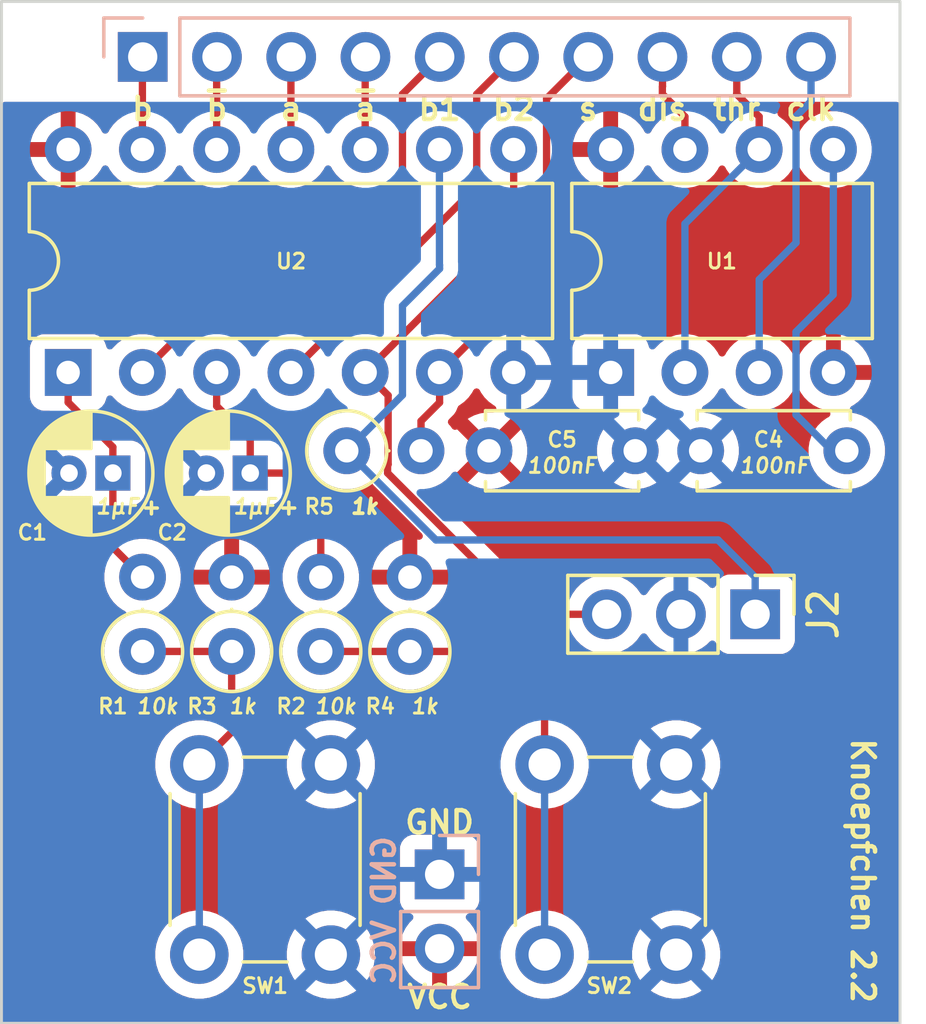
<source format=kicad_pcb>
(kicad_pcb (version 20241229) (generator "pcbnew") (generator_version "9.0")
  (layers (0 "F.Cu" signal) (2 "B.Cu" signal) (13 "F.Paste" user) (15 "B.Paste" user) (5 "F.SilkS" user "F.Silkscreen") (7 "B.SilkS" user "B.Silkscreen") (1 "F.Mask" user) (3 "B.Mask" user) (25 "Edge.Cuts" user))
  (net 0 "")
  (net 1 "GND")
  (net 2 "VCC")
  (net 3 "/clk")
  (net 4 "/dis")
  (net 5 "Net-(U1-CV)")
  (net 6 "Net-(SW1-B)")
  (net 7 "Net-(C1-Pad1)")
  (net 8 "Net-(SW2-B)")
  (net 9 "/b1")
  (net 10 "/b2")
  (net 11 "/sw")
  (net 12 "Net-(C2-Pad1)")
  (net 13 "/thr")
  (net 14 "/~{a}")
  (net 15 "/a")
  (net 16 "/~{b}")
  (net 17 "/b")
  (net 18 "Net-(J2-Pin_1)")
  (net 19 "Net-(J2-Pin_3)")
  (footprint "Capacitor_THT:CP_Radial_D4.0mm_P1.50mm" (layer "F.Cu") (at 74.803 59.944 180)
    (property "Reference" "C2" (at 2.667 -2.032 0) (layer "F.SilkS") (effects (font (size 0.508 0.508) (thickness 0.1016))))
    (property "Value" "1µF" (at -0.1664 -1.143 0) (layer "F.SilkS") (effects (font (size 0.508 0.508) (thickness 0.1016) (italic yes))))
    (fp_line (start 2.831 -0.37) (end 2.831 0.37) (stroke (width 0.12)) (layer "F.SilkS"))
    (fp_line (start 2.791 -0.537) (end 2.791 0.537) (stroke (width 0.12)) (layer "F.SilkS"))
    (fp_line (start 2.751 -0.664) (end 2.751 0.664) (stroke (width 0.12)) (layer "F.SilkS"))
    (fp_line (start 2.711 -0.768) (end 2.711 0.768) (stroke (width 0.12)) (layer "F.SilkS"))
    (fp_line (start 2.671 -0.859) (end 2.671 0.859) (stroke (width 0.12)) (layer "F.SilkS"))
    (fp_line (start 2.631 -0.94) (end 2.631 0.94) (stroke (width 0.12)) (layer "F.SilkS"))
    (fp_line (start 2.591 -1.013) (end 2.591 1.013) (stroke (width 0.12)) (layer "F.SilkS"))
    (fp_line (start 2.551 -1.08) (end 2.551 1.08) (stroke (width 0.12)) (layer "F.SilkS"))
    (fp_line (start 2.511 -1.142) (end 2.511 1.142) (stroke (width 0.12)) (layer "F.SilkS"))
    (fp_line (start 2.471 -1.2) (end 2.471 1.2) (stroke (width 0.12)) (layer "F.SilkS"))
    (fp_line (start 2.431 -1.254) (end 2.431 1.254) (stroke (width 0.12)) (layer "F.SilkS"))
    (fp_line (start 2.391 -1.304) (end 2.391 1.304) (stroke (width 0.12)) (layer "F.SilkS"))
    (fp_line (start 2.351 -1.351) (end 2.351 1.351) (stroke (width 0.12)) (layer "F.SilkS"))
    (fp_line (start 2.311 0.84) (end 2.311 1.396) (stroke (width 0.12)) (layer "F.SilkS"))
    (fp_line (start 2.311 -1.396) (end 2.311 -0.84) (stroke (width 0.12)) (layer "F.SilkS"))
    (fp_line (start 2.271 0.84) (end 2.271 1.438) (stroke (width 0.12)) (layer "F.SilkS"))
    (fp_line (start 2.271 -1.438) (end 2.271 -0.84) (stroke (width 0.12)) (layer "F.SilkS"))
    (fp_line (start 2.231 0.84) (end 2.231 1.478) (stroke (width 0.12)) (layer "F.SilkS"))
    (fp_line (start 2.231 -1.478) (end 2.231 -0.84) (stroke (width 0.12)) (layer "F.SilkS"))
    (fp_line (start 2.191 0.84) (end 2.191 1.516) (stroke (width 0.12)) (layer "F.SilkS"))
    (fp_line (start 2.191 -1.516) (end 2.191 -0.84) (stroke (width 0.12)) (layer "F.SilkS"))
    (fp_line (start 2.151 0.84) (end 2.151 1.552) (stroke (width 0.12)) (layer "F.SilkS"))
    (fp_line (start 2.151 -1.552) (end 2.151 -0.84) (stroke (width 0.12)) (layer "F.SilkS"))
    (fp_line (start 2.111 0.84) (end 2.111 1.587) (stroke (width 0.12)) (layer "F.SilkS"))
    (fp_line (start 2.111 -1.587) (end 2.111 -0.84) (stroke (width 0.12)) (layer "F.SilkS"))
    (fp_line (start 2.071 0.84) (end 2.071 1.619) (stroke (width 0.12)) (layer "F.SilkS"))
    (fp_line (start 2.071 -1.619) (end 2.071 -0.84) (stroke (width 0.12)) (layer "F.SilkS"))
    (fp_line (start 2.031 0.84) (end 2.031 1.65) (stroke (width 0.12)) (layer "F.SilkS"))
    (fp_line (start 2.031 -1.65) (end 2.031 -0.84) (stroke (width 0.12)) (layer "F.SilkS"))
    (fp_line (start 1.991 0.84) (end 1.991 1.68) (stroke (width 0.12)) (layer "F.SilkS"))
    (fp_line (start 1.991 -1.68) (end 1.991 -0.84) (stroke (width 0.12)) (layer "F.SilkS"))
    (fp_line (start 1.951 0.84) (end 1.951 1.708) (stroke (width 0.12)) (layer "F.SilkS"))
    (fp_line (start 1.951 -1.708) (end 1.951 -0.84) (stroke (width 0.12)) (layer "F.SilkS"))
    (fp_line (start 1.911 0.84) (end 1.911 1.735) (stroke (width 0.12)) (layer "F.SilkS"))
    (fp_line (start 1.911 -1.735) (end 1.911 -0.84) (stroke (width 0.12)) (layer "F.SilkS"))
    (fp_line (start 1.871 0.84) (end 1.871 1.76) (stroke (width 0.12)) (layer "F.SilkS"))
    (fp_line (start 1.871 -1.76) (end 1.871 -0.84) (stroke (width 0.12)) (layer "F.SilkS"))
    (fp_line (start 1.831 0.84) (end 1.831 1.785) (stroke (width 0.12)) (layer "F.SilkS"))
    (fp_line (start 1.831 -1.785) (end 1.831 -0.84) (stroke (width 0.12)) (layer "F.SilkS"))
    (fp_line (start 1.791 0.84) (end 1.791 1.808) (stroke (width 0.12)) (layer "F.SilkS"))
    (fp_line (start 1.791 -1.808) (end 1.791 -0.84) (stroke (width 0.12)) (layer "F.SilkS"))
    (fp_line (start 1.751 0.84) (end 1.751 1.83) (stroke (width 0.12)) (layer "F.SilkS"))
    (fp_line (start 1.751 -1.83) (end 1.751 -0.84) (stroke (width 0.12)) (layer "F.SilkS"))
    (fp_line (start 1.711 0.84) (end 1.711 1.851) (stroke (width 0.12)) (layer "F.SilkS"))
    (fp_line (start 1.711 -1.851) (end 1.711 -0.84) (stroke (width 0.12)) (layer "F.SilkS"))
    (fp_line (start 1.671 0.84) (end 1.671 1.87) (stroke (width 0.12)) (layer "F.SilkS"))
    (fp_line (start 1.671 -1.87) (end 1.671 -0.84) (stroke (width 0.12)) (layer "F.SilkS"))
    (fp_line (start 1.631 0.84) (end 1.631 1.889) (stroke (width 0.12)) (layer "F.SilkS"))
    (fp_line (start 1.631 -1.889) (end 1.631 -0.84) (stroke (width 0.12)) (layer "F.SilkS"))
    (fp_line (start 1.591 0.84) (end 1.591 1.907) (stroke (width 0.12)) (layer "F.SilkS"))
    (fp_line (start 1.591 -1.907) (end 1.591 -0.84) (stroke (width 0.12)) (layer "F.SilkS"))
    (fp_line (start 1.551 0.84) (end 1.551 1.924) (stroke (width 0.12)) (layer "F.SilkS"))
    (fp_line (start 1.551 -1.924) (end 1.551 -0.84) (stroke (width 0.12)) (layer "F.SilkS"))
    (fp_line (start 1.511 0.84) (end 1.511 1.94) (stroke (width 0.12)) (layer "F.SilkS"))
    (fp_line (start 1.511 -1.94) (end 1.511 -0.84) (stroke (width 0.12)) (layer "F.SilkS"))
    (fp_line (start 1.471 0.84) (end 1.471 1.954) (stroke (width 0.12)) (layer "F.SilkS"))
    (fp_line (start 1.471 -1.954) (end 1.471 -0.84) (stroke (width 0.12)) (layer "F.SilkS"))
    (fp_line (start 1.43 0.84) (end 1.43 1.968) (stroke (width 0.12)) (layer "F.SilkS"))
    (fp_line (start 1.43 -1.968) (end 1.43 -0.84) (stroke (width 0.12)) (layer "F.SilkS"))
    (fp_line (start 1.39 0.84) (end 1.39 1.982) (stroke (width 0.12)) (layer "F.SilkS"))
    (fp_line (start 1.39 -1.982) (end 1.39 -0.84) (stroke (width 0.12)) (layer "F.SilkS"))
    (fp_line (start 1.35 0.84) (end 1.35 1.994) (stroke (width 0.12)) (layer "F.SilkS"))
    (fp_line (start 1.35 -1.994) (end 1.35 -0.84) (stroke (width 0.12)) (layer "F.SilkS"))
    (fp_line (start 1.31 0.84) (end 1.31 2.005) (stroke (width 0.12)) (layer "F.SilkS"))
    (fp_line (start 1.31 -2.005) (end 1.31 -0.84) (stroke (width 0.12)) (layer "F.SilkS"))
    (fp_line (start 1.27 0.84) (end 1.27 2.016) (stroke (width 0.12)) (layer "F.SilkS"))
    (fp_line (start 1.27 -2.016) (end 1.27 -0.84) (stroke (width 0.12)) (layer "F.SilkS"))
    (fp_line (start 1.23 0.84) (end 1.23 2.025) (stroke (width 0.12)) (layer "F.SilkS"))
    (fp_line (start 1.23 -2.025) (end 1.23 -0.84) (stroke (width 0.12)) (layer "F.SilkS"))
    (fp_line (start 1.19 0.84) (end 1.19 2.034) (stroke (width 0.12)) (layer "F.SilkS"))
    (fp_line (start 1.19 -2.034) (end 1.19 -0.84) (stroke (width 0.12)) (layer "F.SilkS"))
    (fp_line (start 1.15 0.84) (end 1.15 2.042) (stroke (width 0.12)) (layer "F.SilkS"))
    (fp_line (start 1.15 -2.042) (end 1.15 -0.84) (stroke (width 0.12)) (layer "F.SilkS"))
    (fp_line (start 1.11 0.84) (end 1.11 2.05) (stroke (width 0.12)) (layer "F.SilkS"))
    (fp_line (start 1.11 -2.05) (end 1.11 -0.84) (stroke (width 0.12)) (layer "F.SilkS"))
    (fp_line (start 1.07 0.84) (end 1.07 2.056) (stroke (width 0.12)) (layer "F.SilkS"))
    (fp_line (start 1.07 -2.056) (end 1.07 -0.84) (stroke (width 0.12)) (layer "F.SilkS"))
    (fp_line (start 1.03 0.84) (end 1.03 2.062) (stroke (width 0.12)) (layer "F.SilkS"))
    (fp_line (start 1.03 -2.062) (end 1.03 -0.84) (stroke (width 0.12)) (layer "F.SilkS"))
    (fp_line (start 0.99 0.84) (end 0.99 2.067) (stroke (width 0.12)) (layer "F.SilkS"))
    (fp_line (start 0.99 -2.067) (end 0.99 -0.84) (stroke (width 0.12)) (layer "F.SilkS"))
    (fp_line (start 0.95 0.84) (end 0.95 2.071) (stroke (width 0.12)) (layer "F.SilkS"))
    (fp_line (start 0.95 -2.071) (end 0.95 -0.84) (stroke (width 0.12)) (layer "F.SilkS"))
    (fp_line (start 0.91 0.84) (end 0.91 2.074) (stroke (width 0.12)) (layer "F.SilkS"))
    (fp_line (start 0.91 -2.074) (end 0.91 -0.84) (stroke (width 0.12)) (layer "F.SilkS"))
    (fp_line (start 0.87 0.84) (end 0.87 2.077) (stroke (width 0.12)) (layer "F.SilkS"))
    (fp_line (start 0.87 -2.077) (end 0.87 -0.84) (stroke (width 0.12)) (layer "F.SilkS"))
    (fp_line (start 0.83 0.84) (end 0.83 2.079) (stroke (width 0.12)) (layer "F.SilkS"))
    (fp_line (start 0.83 -2.079) (end 0.83 -0.84) (stroke (width 0.12)) (layer "F.SilkS"))
    (fp_line (start 0.79 0.84) (end 0.79 2.08) (stroke (width 0.12)) (layer "F.SilkS"))
    (fp_line (start 0.79 -2.08) (end 0.79 -0.84) (stroke (width 0.12)) (layer "F.SilkS"))
    (fp_line (start 0.75 0.84) (end 0.75 2.08) (stroke (width 0.12)) (layer "F.SilkS"))
    (fp_line (start 0.75 -2.08) (end 0.75 -0.84) (stroke (width 0.12)) (layer "F.SilkS"))
    (fp_line (start -1.319801 -1.395) (end -1.319801 -0.995) (stroke (width 0.12)) (layer "F.SilkS"))
    (fp_line (start -1.519801 -1.195) (end -1.119801 -1.195) (stroke (width 0.12)) (layer "F.SilkS"))
    (fp_circle (center 0.75 0) (end 2.87 0) (stroke (width 0.12)) (fill no) (layer "F.SilkS"))
    (pad "1" thru_hole rect (at 0 0 180) (size 1.2 1.2) (drill 0.6) (layers "*.Cu" "*.Mask") (net 12 "Net-(C2-Pad1)"))
    (pad "2" thru_hole circle (at 1.5 0 180) (size 1.2 1.2) (drill 0.6) (layers "*.Cu" "*.Mask") (net 1 "GND"))
  )
  (footprint "Capacitor_THT:C_Disc_D5.0mm_W2.5mm_P5.00mm" (layer "F.Cu") (at 82.971 59.182)
    (property "Reference" "C5" (at 2.5 -0.381 0) (layer "F.SilkS") (effects (font (size 0.508 0.508) (thickness 0.1016))))
    (property "Value" "100nF" (at 2.5 0.508 0) (layer "F.SilkS") (effects (font (size 0.508 0.508) (thickness 0.1016) (italic yes))))
    (fp_line (start -0.12 -1.37) (end -0.12 -1.055) (stroke (width 0.12)) (layer "F.SilkS"))
    (fp_line (start -0.12 -1.37) (end 5.12 -1.37) (stroke (width 0.12)) (layer "F.SilkS"))
    (fp_line (start -0.12 1.055) (end -0.12 1.37) (stroke (width 0.12)) (layer "F.SilkS"))
    (fp_line (start -0.12 1.37) (end 5.12 1.37) (stroke (width 0.12)) (layer "F.SilkS"))
    (fp_line (start 5.12 -1.37) (end 5.12 -1.055) (stroke (width 0.12)) (layer "F.SilkS"))
    (fp_line (start 5.12 1.055) (end 5.12 1.37) (stroke (width 0.12)) (layer "F.SilkS"))
    (pad "1" thru_hole circle (at 0 0) (size 1.6 1.6) (drill 0.8) (layers "*.Cu" "*.Mask") (net 2 "VCC"))
    (pad "2" thru_hole circle (at 5 0) (size 1.6 1.6) (drill 0.8) (layers "*.Cu" "*.Mask") (net 1 "GND"))
  )
  (footprint "Button_Switch_THT:SW_PUSH_6mm" (layer "F.Cu") (at 77.561 69.902 -90)
    (property "Reference" "SW1" (at 7.568 2.25 0) (layer "F.SilkS") (effects (font (size 0.508 0.508) (thickness 0.1016))))
    (property "Value" "SW_SPST")
    (fp_line (start 1 5.5) (end 5.5 5.5) (stroke (width 0.12)) (layer "F.SilkS"))
    (fp_line (start 6.75 3) (end 6.75 1.5) (stroke (width 0.12)) (layer "F.SilkS"))
    (fp_line (start -0.25 1.5) (end -0.25 3) (stroke (width 0.12)) (layer "F.SilkS"))
    (fp_line (start 5.5 -1) (end 1 -1) (stroke (width 0.12)) (layer "F.SilkS"))
    (pad "1" thru_hole circle (at 0 0) (size 2 2) (drill 1.1) (layers "*.Cu" "*.Mask") (net 1 "GND"))
    (pad "1" thru_hole circle (at 6.5 0) (size 2 2) (drill 1.1) (layers "*.Cu" "*.Mask") (net 1 "GND"))
    (pad "2" thru_hole circle (at 0 4.5) (size 2 2) (drill 1.1) (layers "*.Cu" "*.Mask") (net 6 "Net-(SW1-B)"))
    (pad "2" thru_hole circle (at 6.5 4.5) (size 2 2) (drill 1.1) (layers "*.Cu" "*.Mask") (net 6 "Net-(SW1-B)"))
  )
  (footprint "Capacitor_THT:CP_Radial_D4.0mm_P1.50mm" (layer "F.Cu") (at 70.104 59.944 180)
    (property "Reference" "C1" (at 2.7546 -2.032 0) (layer "F.SilkS") (effects (font (size 0.508 0.508) (thickness 0.1016))))
    (property "Value" "1µF" (at -0.1664 -1.143 0) (layer "F.SilkS") (effects (font (size 0.508 0.508) (thickness 0.1016) (italic yes))))
    (fp_line (start 2.831 -0.37) (end 2.831 0.37) (stroke (width 0.12)) (layer "F.SilkS"))
    (fp_line (start 2.791 -0.537) (end 2.791 0.537) (stroke (width 0.12)) (layer "F.SilkS"))
    (fp_line (start 2.751 -0.664) (end 2.751 0.664) (stroke (width 0.12)) (layer "F.SilkS"))
    (fp_line (start 2.711 -0.768) (end 2.711 0.768) (stroke (width 0.12)) (layer "F.SilkS"))
    (fp_line (start 2.671 -0.859) (end 2.671 0.859) (stroke (width 0.12)) (layer "F.SilkS"))
    (fp_line (start 2.631 -0.94) (end 2.631 0.94) (stroke (width 0.12)) (layer "F.SilkS"))
    (fp_line (start 2.591 -1.013) (end 2.591 1.013) (stroke (width 0.12)) (layer "F.SilkS"))
    (fp_line (start 2.551 -1.08) (end 2.551 1.08) (stroke (width 0.12)) (layer "F.SilkS"))
    (fp_line (start 2.511 -1.142) (end 2.511 1.142) (stroke (width 0.12)) (layer "F.SilkS"))
    (fp_line (start 2.471 -1.2) (end 2.471 1.2) (stroke (width 0.12)) (layer "F.SilkS"))
    (fp_line (start 2.431 -1.254) (end 2.431 1.254) (stroke (width 0.12)) (layer "F.SilkS"))
    (fp_line (start 2.391 -1.304) (end 2.391 1.304) (stroke (width 0.12)) (layer "F.SilkS"))
    (fp_line (start 2.351 -1.351) (end 2.351 1.351) (stroke (width 0.12)) (layer "F.SilkS"))
    (fp_line (start 2.311 0.84) (end 2.311 1.396) (stroke (width 0.12)) (layer "F.SilkS"))
    (fp_line (start 2.311 -1.396) (end 2.311 -0.84) (stroke (width 0.12)) (layer "F.SilkS"))
    (fp_line (start 2.271 0.84) (end 2.271 1.438) (stroke (width 0.12)) (layer "F.SilkS"))
    (fp_line (start 2.271 -1.438) (end 2.271 -0.84) (stroke (width 0.12)) (layer "F.SilkS"))
    (fp_line (start 2.231 0.84) (end 2.231 1.478) (stroke (width 0.12)) (layer "F.SilkS"))
    (fp_line (start 2.231 -1.478) (end 2.231 -0.84) (stroke (width 0.12)) (layer "F.SilkS"))
    (fp_line (start 2.191 0.84) (end 2.191 1.516) (stroke (width 0.12)) (layer "F.SilkS"))
    (fp_line (start 2.191 -1.516) (end 2.191 -0.84) (stroke (width 0.12)) (layer "F.SilkS"))
    (fp_line (start 2.151 0.84) (end 2.151 1.552) (stroke (width 0.12)) (layer "F.SilkS"))
    (fp_line (start 2.151 -1.552) (end 2.151 -0.84) (stroke (width 0.12)) (layer "F.SilkS"))
    (fp_line (start 2.111 0.84) (end 2.111 1.587) (stroke (width 0.12)) (layer "F.SilkS"))
    (fp_line (start 2.111 -1.587) (end 2.111 -0.84) (stroke (width 0.12)) (layer "F.SilkS"))
    (fp_line (start 2.071 0.84) (end 2.071 1.619) (stroke (width 0.12)) (layer "F.SilkS"))
    (fp_line (start 2.071 -1.619) (end 2.071 -0.84) (stroke (width 0.12)) (layer "F.SilkS"))
    (fp_line (start 2.031 0.84) (end 2.031 1.65) (stroke (width 0.12)) (layer "F.SilkS"))
    (fp_line (start 2.031 -1.65) (end 2.031 -0.84) (stroke (width 0.12)) (layer "F.SilkS"))
    (fp_line (start 1.991 0.84) (end 1.991 1.68) (stroke (width 0.12)) (layer "F.SilkS"))
    (fp_line (start 1.991 -1.68) (end 1.991 -0.84) (stroke (width 0.12)) (layer "F.SilkS"))
    (fp_line (start 1.951 0.84) (end 1.951 1.708) (stroke (width 0.12)) (layer "F.SilkS"))
    (fp_line (start 1.951 -1.708) (end 1.951 -0.84) (stroke (width 0.12)) (layer "F.SilkS"))
    (fp_line (start 1.911 0.84) (end 1.911 1.735) (stroke (width 0.12)) (layer "F.SilkS"))
    (fp_line (start 1.911 -1.735) (end 1.911 -0.84) (stroke (width 0.12)) (layer "F.SilkS"))
    (fp_line (start 1.871 0.84) (end 1.871 1.76) (stroke (width 0.12)) (layer "F.SilkS"))
    (fp_line (start 1.871 -1.76) (end 1.871 -0.84) (stroke (width 0.12)) (layer "F.SilkS"))
    (fp_line (start 1.831 0.84) (end 1.831 1.785) (stroke (width 0.12)) (layer "F.SilkS"))
    (fp_line (start 1.831 -1.785) (end 1.831 -0.84) (stroke (width 0.12)) (layer "F.SilkS"))
    (fp_line (start 1.791 0.84) (end 1.791 1.808) (stroke (width 0.12)) (layer "F.SilkS"))
    (fp_line (start 1.791 -1.808) (end 1.791 -0.84) (stroke (width 0.12)) (layer "F.SilkS"))
    (fp_line (start 1.751 0.84) (end 1.751 1.83) (stroke (width 0.12)) (layer "F.SilkS"))
    (fp_line (start 1.751 -1.83) (end 1.751 -0.84) (stroke (width 0.12)) (layer "F.SilkS"))
    (fp_line (start 1.711 0.84) (end 1.711 1.851) (stroke (width 0.12)) (layer "F.SilkS"))
    (fp_line (start 1.711 -1.851) (end 1.711 -0.84) (stroke (width 0.12)) (layer "F.SilkS"))
    (fp_line (start 1.671 0.84) (end 1.671 1.87) (stroke (width 0.12)) (layer "F.SilkS"))
    (fp_line (start 1.671 -1.87) (end 1.671 -0.84) (stroke (width 0.12)) (layer "F.SilkS"))
    (fp_line (start 1.631 0.84) (end 1.631 1.889) (stroke (width 0.12)) (layer "F.SilkS"))
    (fp_line (start 1.631 -1.889) (end 1.631 -0.84) (stroke (width 0.12)) (layer "F.SilkS"))
    (fp_line (start 1.591 0.84) (end 1.591 1.907) (stroke (width 0.12)) (layer "F.SilkS"))
    (fp_line (start 1.591 -1.907) (end 1.591 -0.84) (stroke (width 0.12)) (layer "F.SilkS"))
    (fp_line (start 1.551 0.84) (end 1.551 1.924) (stroke (width 0.12)) (layer "F.SilkS"))
    (fp_line (start 1.551 -1.924) (end 1.551 -0.84) (stroke (width 0.12)) (layer "F.SilkS"))
    (fp_line (start 1.511 0.84) (end 1.511 1.94) (stroke (width 0.12)) (layer "F.SilkS"))
    (fp_line (start 1.511 -1.94) (end 1.511 -0.84) (stroke (width 0.12)) (layer "F.SilkS"))
    (fp_line (start 1.471 0.84) (end 1.471 1.954) (stroke (width 0.12)) (layer "F.SilkS"))
    (fp_line (start 1.471 -1.954) (end 1.471 -0.84) (stroke (width 0.12)) (layer "F.SilkS"))
    (fp_line (start 1.43 0.84) (end 1.43 1.968) (stroke (width 0.12)) (layer "F.SilkS"))
    (fp_line (start 1.43 -1.968) (end 1.43 -0.84) (stroke (width 0.12)) (layer "F.SilkS"))
    (fp_line (start 1.39 0.84) (end 1.39 1.982) (stroke (width 0.12)) (layer "F.SilkS"))
    (fp_line (start 1.39 -1.982) (end 1.39 -0.84) (stroke (width 0.12)) (layer "F.SilkS"))
    (fp_line (start 1.35 0.84) (end 1.35 1.994) (stroke (width 0.12)) (layer "F.SilkS"))
    (fp_line (start 1.35 -1.994) (end 1.35 -0.84) (stroke (width 0.12)) (layer "F.SilkS"))
    (fp_line (start 1.31 0.84) (end 1.31 2.005) (stroke (width 0.12)) (layer "F.SilkS"))
    (fp_line (start 1.31 -2.005) (end 1.31 -0.84) (stroke (width 0.12)) (layer "F.SilkS"))
    (fp_line (start 1.27 0.84) (end 1.27 2.016) (stroke (width 0.12)) (layer "F.SilkS"))
    (fp_line (start 1.27 -2.016) (end 1.27 -0.84) (stroke (width 0.12)) (layer "F.SilkS"))
    (fp_line (start 1.23 0.84) (end 1.23 2.025) (stroke (width 0.12)) (layer "F.SilkS"))
    (fp_line (start 1.23 -2.025) (end 1.23 -0.84) (stroke (width 0.12)) (layer "F.SilkS"))
    (fp_line (start 1.19 0.84) (end 1.19 2.034) (stroke (width 0.12)) (layer "F.SilkS"))
    (fp_line (start 1.19 -2.034) (end 1.19 -0.84) (stroke (width 0.12)) (layer "F.SilkS"))
    (fp_line (start 1.15 0.84) (end 1.15 2.042) (stroke (width 0.12)) (layer "F.SilkS"))
    (fp_line (start 1.15 -2.042) (end 1.15 -0.84) (stroke (width 0.12)) (layer "F.SilkS"))
    (fp_line (start 1.11 0.84) (end 1.11 2.05) (stroke (width 0.12)) (layer "F.SilkS"))
    (fp_line (start 1.11 -2.05) (end 1.11 -0.84) (stroke (width 0.12)) (layer "F.SilkS"))
    (fp_line (start 1.07 0.84) (end 1.07 2.056) (stroke (width 0.12)) (layer "F.SilkS"))
    (fp_line (start 1.07 -2.056) (end 1.07 -0.84) (stroke (width 0.12)) (layer "F.SilkS"))
    (fp_line (start 1.03 0.84) (end 1.03 2.062) (stroke (width 0.12)) (layer "F.SilkS"))
    (fp_line (start 1.03 -2.062) (end 1.03 -0.84) (stroke (width 0.12)) (layer "F.SilkS"))
    (fp_line (start 0.99 0.84) (end 0.99 2.067) (stroke (width 0.12)) (layer "F.SilkS"))
    (fp_line (start 0.99 -2.067) (end 0.99 -0.84) (stroke (width 0.12)) (layer "F.SilkS"))
    (fp_line (start 0.95 0.84) (end 0.95 2.071) (stroke (width 0.12)) (layer "F.SilkS"))
    (fp_line (start 0.95 -2.071) (end 0.95 -0.84) (stroke (width 0.12)) (layer "F.SilkS"))
    (fp_line (start 0.91 0.84) (end 0.91 2.074) (stroke (width 0.12)) (layer "F.SilkS"))
    (fp_line (start 0.91 -2.074) (end 0.91 -0.84) (stroke (width 0.12)) (layer "F.SilkS"))
    (fp_line (start 0.87 0.84) (end 0.87 2.077) (stroke (width 0.12)) (layer "F.SilkS"))
    (fp_line (start 0.87 -2.077) (end 0.87 -0.84) (stroke (width 0.12)) (layer "F.SilkS"))
    (fp_line (start 0.83 0.84) (end 0.83 2.079) (stroke (width 0.12)) (layer "F.SilkS"))
    (fp_line (start 0.83 -2.079) (end 0.83 -0.84) (stroke (width 0.12)) (layer "F.SilkS"))
    (fp_line (start 0.79 0.84) (end 0.79 2.08) (stroke (width 0.12)) (layer "F.SilkS"))
    (fp_line (start 0.79 -2.08) (end 0.79 -0.84) (stroke (width 0.12)) (layer "F.SilkS"))
    (fp_line (start 0.75 0.84) (end 0.75 2.08) (stroke (width 0.12)) (layer "F.SilkS"))
    (fp_line (start 0.75 -2.08) (end 0.75 -0.84) (stroke (width 0.12)) (layer "F.SilkS"))
    (fp_line (start -1.319801 -1.395) (end -1.319801 -0.995) (stroke (width 0.12)) (layer "F.SilkS"))
    (fp_line (start -1.519801 -1.195) (end -1.119801 -1.195) (stroke (width 0.12)) (layer "F.SilkS"))
    (fp_circle (center 0.75 0) (end 2.87 0) (stroke (width 0.12)) (fill no) (layer "F.SilkS"))
    (pad "1" thru_hole rect (at 0 0 180) (size 1.2 1.2) (drill 0.6) (layers "*.Cu" "*.Mask") (net 7 "Net-(C1-Pad1)"))
    (pad "2" thru_hole circle (at 1.5 0 180) (size 1.2 1.2) (drill 0.6) (layers "*.Cu" "*.Mask") (net 1 "GND"))
  )
  (footprint "Resistor_THT:R_Axial_DIN0207_L6.3mm_D2.5mm_P2.54mm_Vertical" (layer "F.Cu") (at 74.168 66.039993 90)
    (property "Reference" "R3" (at -1.876 -1.016 180) (layer "F.SilkS") (effects (font (size 0.508 0.508) (thickness 0.1016))))
    (property "Value" "1k" (at -1.876 0.381 180) (layer "F.SilkS") (effects (font (size 0.508 0.508) (thickness 0.1016) (italic yes))))
    (fp_line (start 1.37 0) (end 1.44 0) (stroke (width 0.12)) (layer "F.SilkS"))
    (fp_circle (center 0 0) (end 1.37 0) (stroke (width 0.12)) (fill no) (layer "F.SilkS"))
    (pad "1" thru_hole circle (at 0 0 90) (size 1.6 1.6) (drill 0.8) (layers "*.Cu" "*.Mask") (net 6 "Net-(SW1-B)"))
    (pad "2" thru_hole oval (at 2.54 0 90) (size 1.6 1.6) (drill 0.8) (layers "*.Cu" "*.Mask") (net 2 "VCC"))
  )
  (footprint "Resistor_THT:R_Axial_DIN0207_L6.3mm_D2.5mm_P2.54mm_Vertical" (layer "F.Cu") (at 80.264 66.04 90)
    (property "Reference" "R4" (at -1.876 -1.016 180) (layer "F.SilkS") (effects (font (size 0.508 0.508) (thickness 0.1016))))
    (property "Value" "1k" (at -1.875993 0.508 180) (layer "F.SilkS") (effects (font (size 0.508 0.508) (thickness 0.1016) (italic yes))))
    (fp_line (start 1.37 0) (end 1.44 0) (stroke (width 0.12)) (layer "F.SilkS"))
    (fp_circle (center 0 0) (end 1.37 0) (stroke (width 0.12)) (fill no) (layer "F.SilkS"))
    (pad "1" thru_hole circle (at 0 0 90) (size 1.6 1.6) (drill 0.8) (layers "*.Cu" "*.Mask") (net 8 "Net-(SW2-B)"))
    (pad "2" thru_hole oval (at 2.54 0 90) (size 1.6 1.6) (drill 0.8) (layers "*.Cu" "*.Mask") (net 2 "VCC"))
  )
  (footprint "Package_DIP:DIP-8_W7.62mm" (layer "F.Cu") (at 87.132 56.505 90)
    (property "Reference" "U1" (at 3.8 3.8 180) (layer "F.SilkS") (effects (font (size 0.508 0.508) (thickness 0.1016))))
    (property "Value" "TLC555xP")
    (fp_line (start 6.46 -1.33) (end 4.81 -1.33) (stroke (width 0.12)) (layer "F.SilkS"))
    (fp_line (start 2.81 -1.33) (end 1.16 -1.33) (stroke (width 0.12)) (layer "F.SilkS"))
    (fp_line (start 1.16 -1.33) (end 1.16 8.95) (stroke (width 0.12)) (layer "F.SilkS"))
    (fp_line (start 6.46 8.95) (end 6.46 -1.33) (stroke (width 0.12)) (layer "F.SilkS"))
    (fp_line (start 1.16 8.95) (end 6.46 8.95) (stroke (width 0.12)) (layer "F.SilkS"))
    (fp_arc (start 4.81 -1.33) (mid 3.81 -0.33) (end 2.81 -1.33) (stroke (width 0.12)) (layer "F.SilkS"))
    (pad "1" thru_hole rect (at 0 0 90) (size 1.6 1.6) (drill 0.8) (layers "*.Cu" "*.Mask") (net 1 "GND"))
    (pad "2" thru_hole oval (at 0 2.54 90) (size 1.6 1.6) (drill 0.8) (layers "*.Cu" "*.Mask") (net 13 "/thr"))
    (pad "3" thru_hole oval (at 0 5.08 90) (size 1.6 1.6) (drill 0.8) (layers "*.Cu" "*.Mask") (net 3 "/clk"))
    (pad "4" thru_hole oval (at 0 7.62 90) (size 1.6 1.6) (drill 0.8) (layers "*.Cu" "*.Mask") (net 2 "VCC"))
    (pad "5" thru_hole oval (at 7.62 7.62 90) (size 1.6 1.6) (drill 0.8) (layers "*.Cu" "*.Mask") (net 5 "Net-(U1-CV)"))
    (pad "6" thru_hole oval (at 7.62 5.08 90) (size 1.6 1.6) (drill 0.8) (layers "*.Cu" "*.Mask") (net 13 "/thr"))
    (pad "7" thru_hole oval (at 7.62 2.54 90) (size 1.6 1.6) (drill 0.8) (layers "*.Cu" "*.Mask") (net 4 "/dis"))
    (pad "8" thru_hole oval (at 7.62 0 90) (size 1.6 1.6) (drill 0.8) (layers "*.Cu" "*.Mask") (net 2 "VCC"))
  )
  (footprint "Package_DIP:DIP-14_W7.62mm" (layer "F.Cu") (at 68.575 56.505 90)
    (property "Reference" "U2" (at 3.8 7.625 180) (layer "F.SilkS") (effects (font (size 0.508 0.508) (thickness 0.1016))))
    (property "Value" "74LS14")
    (fp_line (start 6.46 -1.33) (end 4.81 -1.33) (stroke (width 0.12)) (layer "F.SilkS"))
    (fp_line (start 2.81 -1.33) (end 1.16 -1.33) (stroke (width 0.12)) (layer "F.SilkS"))
    (fp_line (start 1.16 -1.33) (end 1.16 16.57) (stroke (width 0.12)) (layer "F.SilkS"))
    (fp_line (start 6.46 16.57) (end 6.46 -1.33) (stroke (width 0.12)) (layer "F.SilkS"))
    (fp_line (start 1.16 16.57) (end 6.46 16.57) (stroke (width 0.12)) (layer "F.SilkS"))
    (fp_arc (start 4.81 -1.33) (mid 3.81 -0.33) (end 2.81 -1.33) (stroke (width 0.12)) (layer "F.SilkS"))
    (pad "1" thru_hole rect (at 0 0 90) (size 1.6 1.6) (drill 0.8) (layers "*.Cu" "*.Mask") (net 7 "Net-(C1-Pad1)"))
    (pad "2" thru_hole oval (at 0 2.54 90) (size 1.6 1.6) (drill 0.8) (layers "*.Cu" "*.Mask") (net 9 "/b1"))
    (pad "3" thru_hole oval (at 0 5.08 90) (size 1.6 1.6) (drill 0.8) (layers "*.Cu" "*.Mask") (net 12 "Net-(C2-Pad1)"))
    (pad "4" thru_hole oval (at 0 7.62 90) (size 1.6 1.6) (drill 0.8) (layers "*.Cu" "*.Mask") (net 10 "/b2"))
    (pad "5" thru_hole oval (at 0 10.16 90) (size 1.6 1.6) (drill 0.8) (layers "*.Cu" "*.Mask") (net 19 "Net-(J2-Pin_3)"))
    (pad "6" thru_hole oval (at 0 12.7 90) (size 1.6 1.6) (drill 0.8) (layers "*.Cu" "*.Mask") (net 11 "/sw"))
    (pad "7" thru_hole oval (at 0 15.24 90) (size 1.6 1.6) (drill 0.8) (layers "*.Cu" "*.Mask") (net 1 "GND"))
    (pad "8" thru_hole oval (at 7.62 15.24 90) (size 1.6 1.6) (drill 0.8) (layers "*.Cu" "*.Mask") (net 19 "Net-(J2-Pin_3)"))
    (pad "9" thru_hole oval (at 7.62 12.7 90) (size 1.6 1.6) (drill 0.8) (layers "*.Cu" "*.Mask") (net 18 "Net-(J2-Pin_1)"))
    (pad "10" thru_hole oval (at 7.62 10.16 90) (size 1.6 1.6) (drill 0.8) (layers "*.Cu" "*.Mask") (net 14 "/~{a}"))
    (pad "11" thru_hole oval (at 7.62 7.62 90) (size 1.6 1.6) (drill 0.8) (layers "*.Cu" "*.Mask") (net 15 "/a"))
    (pad "12" thru_hole oval (at 7.62 5.08 90) (size 1.6 1.6) (drill 0.8) (layers "*.Cu" "*.Mask") (net 16 "/~{b}"))
    (pad "13" thru_hole oval (at 7.62 2.54 90) (size 1.6 1.6) (drill 0.8) (layers "*.Cu" "*.Mask") (net 17 "/b"))
    (pad "14" thru_hole oval (at 7.62 0 90) (size 1.6 1.6) (drill 0.8) (layers "*.Cu" "*.Mask") (net 2 "VCC"))
  )
  (footprint "Resistor_THT:R_Axial_DIN0207_L6.3mm_D2.5mm_P2.54mm_Vertical" (layer "F.Cu") (at 77.216 66.04 90)
    (property "Reference" "R2" (at -1.876 -1.016 180) (layer "F.SilkS") (effects (font (size 0.508 0.508) (thickness 0.1016))))
    (property "Value" "10k" (at -1.875993 0.508 180) (layer "F.SilkS") (effects (font (size 0.508 0.508) (thickness 0.1016) (italic yes))))
    (fp_line (start 1.37 0) (end 1.44 0) (stroke (width 0.12)) (layer "F.SilkS"))
    (fp_circle (center 0 0) (end 1.37 0) (stroke (width 0.12)) (fill no) (layer "F.SilkS"))
    (pad "1" thru_hole circle (at 0 0 90) (size 1.6 1.6) (drill 0.8) (layers "*.Cu" "*.Mask") (net 8 "Net-(SW2-B)"))
    (pad "2" thru_hole oval (at 2.54 0 90) (size 1.6 1.6) (drill 0.8) (layers "*.Cu" "*.Mask") (net 12 "Net-(C2-Pad1)"))
  )
  (footprint "Resistor_THT:R_Axial_DIN0207_L6.3mm_D2.5mm_P2.54mm_Vertical" (layer "F.Cu") (at 78.105 59.182)
    (property "Reference" "R5" (at -0.381 1.905 0) (layer "F.SilkS") (effects (font (size 0.508 0.508) (thickness 0.1016)) (justify right)))
    (property "Value" "1k" (at 1.143 1.905 0) (layer "F.SilkS") (effects (font (size 0.508 0.508) (thickness 0.127) (italic yes)) (justify right)))
    (fp_line (start 1.37 0) (end 1.44 0) (stroke (width 0.12)) (layer "F.SilkS"))
    (fp_circle (center 0 0) (end 1.37 0) (stroke (width 0.12)) (fill no) (layer "F.SilkS"))
    (pad "1" thru_hole circle (at 0 0) (size 1.6 1.6) (drill 0.8) (layers "*.Cu" "*.Mask") (net 18 "Net-(J2-Pin_1)"))
    (pad "2" thru_hole oval (at 2.54 0) (size 1.6 1.6) (drill 0.8) (layers "*.Cu" "*.Mask") (net 11 "/sw"))
  )
  (footprint "Capacitor_THT:C_Disc_D5.0mm_W2.5mm_P5.00mm" (layer "F.Cu") (at 95.21 59.182 180)
    (property "Reference" "C4" (at 2.119 0.381 0) (layer "F.SilkS") (effects (font (size 0.508 0.508) (thickness 0.1016)) (justify right)))
    (property "Value" "100nF" (at 1.23 -0.508 0) (layer "F.SilkS") (effects (font (size 0.508 0.508) (thickness 0.1016) (italic yes)) (justify right)))
    (fp_line (start 5.12 1.055) (end 5.12 1.37) (stroke (width 0.12)) (layer "F.SilkS"))
    (fp_line (start 5.12 -1.37) (end 5.12 -1.055) (stroke (width 0.12)) (layer "F.SilkS"))
    (fp_line (start -0.12 1.37) (end 5.12 1.37) (stroke (width 0.12)) (layer "F.SilkS"))
    (fp_line (start -0.12 1.055) (end -0.12 1.37) (stroke (width 0.12)) (layer "F.SilkS"))
    (fp_line (start -0.12 -1.37) (end 5.12 -1.37) (stroke (width 0.12)) (layer "F.SilkS"))
    (fp_line (start -0.12 -1.37) (end -0.12 -1.055) (stroke (width 0.12)) (layer "F.SilkS"))
    (pad "1" thru_hole circle (at 0 0 180) (size 1.6 1.6) (drill 0.8) (layers "*.Cu" "*.Mask") (net 5 "Net-(U1-CV)"))
    (pad "2" thru_hole circle (at 5 0 180) (size 1.6 1.6) (drill 0.8) (layers "*.Cu" "*.Mask") (net 1 "GND"))
  )
  (footprint "Resistor_THT:R_Axial_DIN0207_L6.3mm_D2.5mm_P2.54mm_Vertical" (layer "F.Cu") (at 71.12 66.039993 90)
    (property "Reference" "R1" (at -1.876 -1.016 180) (layer "F.SilkS") (effects (font (size 0.508 0.508) (thickness 0.1016))))
    (property "Value" "10k" (at -1.876 0.508 180) (layer "F.SilkS") (effects (font (size 0.508 0.508) (thickness 0.1016) (italic yes))))
    (fp_line (start 1.37 0) (end 1.44 0) (stroke (width 0.12)) (layer "F.SilkS"))
    (fp_circle (center 0 0) (end 1.37 0) (stroke (width 0.12)) (fill no) (layer "F.SilkS"))
    (pad "1" thru_hole circle (at 0 0 90) (size 1.6 1.6) (drill 0.8) (layers "*.Cu" "*.Mask") (net 6 "Net-(SW1-B)"))
    (pad "2" thru_hole oval (at 2.54 0 90) (size 1.6 1.6) (drill 0.8) (layers "*.Cu" "*.Mask") (net 7 "Net-(C1-Pad1)"))
  )
  (footprint "Button_Switch_THT:SW_PUSH_6mm" (layer "F.Cu") (at 89.372 69.902 -90)
    (property "Reference" "SW2" (at 7.568 2.286 0) (layer "F.SilkS") (effects (font (size 0.508 0.508) (thickness 0.1016))))
    (property "Value" "SW_SPST")
    (fp_line (start 1 5.5) (end 5.5 5.5) (stroke (width 0.12)) (layer "F.SilkS"))
    (fp_line (start 6.75 3) (end 6.75 1.5) (stroke (width 0.12)) (layer "F.SilkS"))
    (fp_line (start -0.25 1.5) (end -0.25 3) (stroke (width 0.12)) (layer "F.SilkS"))
    (fp_line (start 5.5 -1) (end 1 -1) (stroke (width 0.12)) (layer "F.SilkS"))
    (pad "1" thru_hole circle (at 0 0) (size 2 2) (drill 1.1) (layers "*.Cu" "*.Mask") (net 1 "GND"))
    (pad "1" thru_hole circle (at 6.5 0) (size 2 2) (drill 1.1) (layers "*.Cu" "*.Mask") (net 1 "GND"))
    (pad "2" thru_hole circle (at 0 4.5) (size 2 2) (drill 1.1) (layers "*.Cu" "*.Mask") (net 8 "Net-(SW2-B)"))
    (pad "2" thru_hole circle (at 6.5 4.5) (size 2 2) (drill 1.1) (layers "*.Cu" "*.Mask") (net 8 "Net-(SW2-B)"))
  )
  (footprint "Connector_PinHeader_2.54mm:PinHeader_1x03_P2.54mm_Vertical" (layer "F.Cu") (at 92.075 64.77 -90)
    (property "Reference" "J2" (at 0 -2.33 90) (layer "F.SilkS"))
    (property "Value" "Conn_01x03_Pin")
    (fp_line (start -1.33 6.41) (end 1.33 6.41) (stroke (width 0.12)) (layer "F.SilkS"))
    (fp_line (start -1.33 1.27) (end -1.33 6.41) (stroke (width 0.12)) (layer "F.SilkS"))
    (fp_line (start -1.33 1.27) (end 1.33 1.27) (stroke (width 0.12)) (layer "F.SilkS"))
    (fp_line (start 1.33 1.27) (end 1.33 6.41) (stroke (width 0.12)) (layer "F.SilkS"))
    (fp_line (start -1.33 0) (end -1.33 -1.33) (stroke (width 0.12)) (layer "F.SilkS"))
    (fp_line (start -1.33 -1.33) (end 0 -1.33) (stroke (width 0.12)) (layer "F.SilkS"))
    (pad "1" thru_hole rect (at 0 0 270) (size 1.7 1.7) (drill 1) (layers "*.Cu" "*.Mask") (net 18 "Net-(J2-Pin_1)"))
    (pad "2" thru_hole oval (at 0 2.54 270) (size 1.7 1.7) (drill 1) (layers "*.Cu" "*.Mask") (net 1 "GND"))
    (pad "3" thru_hole oval (at 0 5.08 270) (size 1.7 1.7) (drill 1) (layers "*.Cu" "*.Mask") (net 19 "Net-(J2-Pin_3)"))
  )
  (footprint "Connector_PinHeader_2.54mm:PinHeader_1x02_P2.54mm_Vertical" (layer "B.Cu") (at 81.28 73.66 180)
    (property "Reference" "J1" (hide yes))
    (property "Value" "Conn_01x02_Pin" (hide yes))
    (fp_line (start 1.33 -1.27) (end 1.33 -3.87) (stroke (width 0.12)) (layer "B.SilkS"))
    (fp_line (start -1.33 1.33) (end 0 1.33) (stroke (width 0.12)) (layer "B.SilkS"))
    (fp_line (start -1.33 0) (end -1.33 1.33) (stroke (width 0.12)) (layer "B.SilkS"))
    (fp_line (start -1.33 -1.27) (end 1.33 -1.27) (stroke (width 0.12)) (layer "B.SilkS"))
    (fp_line (start -1.33 -1.27) (end -1.33 -3.87) (stroke (width 0.12)) (layer "B.SilkS"))
    (fp_line (start -1.33 -3.87) (end 1.33 -3.87) (stroke (width 0.12)) (layer "B.SilkS"))
    (pad "1" thru_hole rect (at 0 0 180) (size 1.7 1.7) (drill 1) (layers "*.Cu" "*.Mask") (net 1 "GND"))
    (pad "2" thru_hole oval (at 0 -2.54 180) (size 1.7 1.7) (drill 1) (layers "*.Cu" "*.Mask") (net 2 "VCC"))
  )
  (footprint "Connector_PinHeader_2.54mm:PinHeader_1x10_P2.54mm_Vertical" (layer "B.Cu") (at 71.125 45.72 -90)
    (property "Reference" "J3" (hide yes))
    (property "Value" "Conn_01x10_Pin" (hide yes))
    (fp_line (start -1.33 1.33) (end 0 1.33) (stroke (width 0.12)) (layer "B.SilkS"))
    (fp_line (start -1.33 0) (end -1.33 1.33) (stroke (width 0.12)) (layer "B.SilkS"))
    (fp_line (start -1.33 -1.27) (end 1.33 -1.27) (stroke (width 0.12)) (layer "B.SilkS"))
    (fp_line (start -1.33 -1.27) (end -1.33 -24.19) (stroke (width 0.12)) (layer "B.SilkS"))
    (fp_line (start 1.33 -1.27) (end 1.33 -24.19) (stroke (width 0.12)) (layer "B.SilkS"))
    (fp_line (start -1.33 -24.19) (end 1.33 -24.19) (stroke (width 0.12)) (layer "B.SilkS"))
    (pad "1" thru_hole rect (at 0 0 270) (size 1.7 1.7) (drill 1) (layers "*.Cu" "*.Mask") (net 17 "/b"))
    (pad "2" thru_hole oval (at 0 -2.54 270) (size 1.7 1.7) (drill 1) (layers "*.Cu" "*.Mask") (net 16 "/~{b}"))
    (pad "3" thru_hole oval (at 0 -5.08 270) (size 1.7 1.7) (drill 1) (layers "*.Cu" "*.Mask") (net 15 "/a"))
    (pad "4" thru_hole oval (at 0 -7.62 270) (size 1.7 1.7) (drill 1) (layers "*.Cu" "*.Mask") (net 14 "/~{a}"))
    (pad "5" thru_hole oval (at 0 -10.16 270) (size 1.7 1.7) (drill 1) (layers "*.Cu" "*.Mask") (net 9 "/b1"))
    (pad "6" thru_hole oval (at 0 -12.7 270) (size 1.7 1.7) (drill 1) (layers "*.Cu" "*.Mask") (net 10 "/b2"))
    (pad "7" thru_hole oval (at 0 -15.24 270) (size 1.7 1.7) (drill 1) (layers "*.Cu" "*.Mask") (net 11 "/sw"))
    (pad "8" thru_hole oval (at 0 -17.78 270) (size 1.7 1.7) (drill 1) (layers "*.Cu" "*.Mask") (net 4 "/dis"))
    (pad "9" thru_hole oval (at 0 -20.32 270) (size 1.7 1.7) (drill 1) (layers "*.Cu" "*.Mask") (net 13 "/thr"))
    (pad "10" thru_hole oval (at 0 -22.86 270) (size 1.7 1.7) (drill 1) (layers "*.Cu" "*.Mask") (net 3 "/clk"))
  )
  (gr_rect (start 66.294 43.825) (end 97.028 78.75) (stroke (width 0.1)) (fill no) (layer "Edge.Cuts"))
  (gr_text "clk" (at 93.98 47.498 0) (layer "F.SilkS") (effects (font (size 0.762 0.762) (thickness 0.1524))))
  (gr_text "b" (at 71.12 47.498 0) (layer "F.SilkS") (effects (font (size 0.762 0.762) (thickness 0.1524))))
  (gr_text "VCC\n" (at 81.28 77.851 0) (layer "F.SilkS") (effects (font (size 0.762 0.762) (thickness 0.1524))))
  (gr_text "b2" (at 83.82 47.498 0) (layer "F.SilkS") (effects (font (size 0.762 0.762) (thickness 0.1524))))
  (gr_text "thr" (at 91.44 47.498 0) (layer "F.SilkS") (effects (font (size 0.762 0.762) (thickness 0.1524))))
  (gr_text "b1" (at 81.28 47.498 0) (layer "F.SilkS") (effects (font (size 0.762 0.762) (thickness 0.1524))))
  (gr_text "Knoepfchen 2.2" (at 95.758 73.533 270) (layer "F.SilkS") (effects (font (size 0.762 0.762) (thickness 0.1524))))
  (gr_text "GND" (at 81.28 71.882 0) (layer "F.SilkS") (effects (font (size 0.762 0.762) (thickness 0.1524))))
  (gr_text "a" (at 76.2 47.498 0) (layer "F.SilkS") (effects (font (size 0.762 0.762) (thickness 0.1524))))
  (gr_text "s" (at 86.36 47.498 0) (layer "F.SilkS") (effects (font (size 0.762 0.762) (thickness 0.1524))))
  (gr_text "~{b}" (at 73.66 47.498 0) (layer "F.SilkS") (effects (font (size 0.762 0.762) (thickness 0.1524))))
  (gr_text "~{a}" (at 78.74 47.498 0) (layer "F.SilkS") (effects (font (size 0.762 0.762) (thickness 0.1524))))
  (gr_text "dis" (at 88.9 47.498 0) (layer "F.SilkS") (effects (font (size 0.762 0.762) (thickness 0.1524))))
  (gr_text "VCC" (at 79.375 76.327 90) (layer "B.SilkS") (effects (font (size 0.762 0.762) (thickness 0.1524)) (justify mirror)))
  (gr_text "GND" (at 79.375 73.533 90) (layer "B.SilkS") (effects (font (size 0.762 0.762) (thickness 0.1524)) (justify mirror)))
  (segment (start 93.985 47.239) (end 93.985 45.72) (width 0.25) (layer "B.Cu") (net 3))
  (segment (start 93.472 52.07) (end 93.472 47.752) (width 0.25) (layer "B.Cu") (net 3))
  (segment (start 92.212 53.33) (end 92.212 56.505) (width 0.25) (layer "B.Cu") (net 3))
  (segment (start 93.472 52.07) (end 92.212 53.33) (width 0.25) (layer "B.Cu") (net 3))
  (segment (start 93.472 47.752) (end 93.985 47.239) (width 0.25) (layer "B.Cu") (net 3))
  (segment (start 88.905 45.72) (end 88.905 46.731) (width 0.25) (layer "F.Cu") (net 4))
  (segment (start 88.905 46.731) (end 88.9 46.736) (width 0.25) (layer "F.Cu") (net 4))
  (segment (start 88.9 46.99) (end 89.672 47.762) (width 0.25) (layer "F.Cu") (net 4))
  (segment (start 89.672 47.762) (end 89.672 48.885) (width 0.25) (layer "F.Cu") (net 4))
  (segment (start 88.9 46.736) (end 88.9 46.99) (width 0.25) (layer "F.Cu") (net 4))
  (segment (start 93.472 57.952) (end 94.702 59.182) (width 0.25) (layer "B.Cu") (net 5))
  (segment (start 93.472 55.118) (end 93.472 57.952) (width 0.25) (layer "B.Cu") (net 5))
  (segment (start 94.742 53.848) (end 93.472 55.118) (width 0.25) (layer "B.Cu") (net 5))
  (segment (start 94.752 48.885) (end 94.742 53.848) (width 0.25) (layer "B.Cu") (net 5))
  (segment (start 71.12 66.039993) (end 74.168 66.039993) (width 0.25) (layer "F.Cu") (net 6))
  (segment (start 74.168 68.795) (end 73.061 69.902) (width 0.25) (layer "F.Cu") (net 6))
  (segment (start 74.168 66.039993) (end 74.168 68.795) (width 0.25) (layer "F.Cu") (net 6))
  (segment (start 73.061 69.902) (end 73.061 76.402) (width 0.25) (layer "B.Cu") (net 6))
  (segment (start 68.575 57.526) (end 70.104 59.055) (width 0.25) (layer "F.Cu") (net 7))
  (segment (start 68.575 56.505) (end 68.575 57.526) (width 0.25) (layer "F.Cu") (net 7))
  (segment (start 70.104 59.055) (end 70.104 59.944) (width 0.25) (layer "F.Cu") (net 7))
  (segment (start 70.104 62.484) (end 70.104 59.944) (width 0.25) (layer "F.Cu") (net 7))
  (segment (start 71.12 63.499993) (end 70.104007 62.484) (width 0.25) (layer "F.Cu") (net 7))
  (segment (start 70.104007 62.484) (end 70.104 62.484) (width 0.25) (layer "F.Cu") (net 7))
  (segment (start 84.872 67.981) (end 84.872 69.902) (width 0.25) (layer "F.Cu") (net 8))
  (segment (start 77.216 66.04) (end 80.264 66.04) (width 0.25) (layer "F.Cu") (net 8))
  (segment (start 80.264 66.04) (end 82.931 66.04) (width 0.25) (layer "F.Cu") (net 8))
  (segment (start 82.931 66.04) (end 84.872 67.981) (width 0.25) (layer "F.Cu") (net 8))
  (segment (start 84.872 69.902) (end 84.872 76.402) (width 0.25) (layer "B.Cu") (net 8))
  (segment (start 80.01 50.038) (end 80.01 46.995) (width 0.25) (layer "F.Cu") (net 9))
  (segment (start 75.692 54.356) (end 80.01 50.038) (width 0.25) (layer "F.Cu") (net 9))
  (segment (start 71.115 56.505) (end 73.264 54.356) (width 0.25) (layer "F.Cu") (net 9))
  (segment (start 73.264 54.356) (end 75.692 54.356) (width 0.25) (layer "F.Cu") (net 9))
  (segment (start 80.01 46.995) (end 81.285 45.72) (width 0.25) (layer "F.Cu") (net 9))
  (segment (start 76.195 56.505) (end 82.55 50.15) (width 0.25) (layer "F.Cu") (net 10))
  (segment (start 82.55 50.15) (end 82.55 46.995) (width 0.25) (layer "F.Cu") (net 10))
  (segment (start 82.55 46.995) (end 83.825 45.72) (width 0.25) (layer "F.Cu") (net 10))
  (segment (start 81.28 56.51) (end 81.275 56.505) (width 0.25) (layer "F.Cu") (net 11))
  (segment (start 84.939511 47.145489) (end 84.939511 52.840489) (width 0.25) (layer "F.Cu") (net 11))
  (segment (start 80.645 58.166) (end 81.28 57.531) (width 0.25) (layer "F.Cu") (net 11))
  (segment (start 81.28 57.531) (end 81.28 56.51) (width 0.25) (layer "F.Cu") (net 11))
  (segment (start 86.365 45.72) (end 84.939511 47.145489) (width 0.25) (layer "F.Cu") (net 11))
  (segment (start 84.939511 52.840489) (end 81.275 56.505) (width 0.25) (layer "F.Cu") (net 11))
  (segment (start 80.645 59.182) (end 80.645 58.166) (width 0.25) (layer "F.Cu") (net 11))
  (segment (start 73.655 57.653) (end 74.803 58.801) (width 0.25) (layer "F.Cu") (net 12))
  (segment (start 75.946 59.944) (end 77.216 61.214) (width 0.25) (layer "F.Cu") (net 12))
  (segment (start 74.803 58.801) (end 74.803 59.944) (width 0.25) (layer "F.Cu") (net 12))
  (segment (start 74.803 59.944) (end 75.946 59.944) (width 0.25) (layer "F.Cu") (net 12))
  (segment (start 77.216 61.214) (end 77.216 63.5) (width 0.25) (layer "F.Cu") (net 12))
  (segment (start 73.655 56.505) (end 73.655 57.653) (width 0.25) (layer "F.Cu") (net 12))
  (segment (start 92.212 47.762) (end 92.212 48.885) (width 0.25) (layer "F.Cu") (net 13))
  (segment (start 91.44 46.99) (end 92.212 47.762) (width 0.25) (layer "F.Cu") (net 13))
  (segment (start 91.445 46.985) (end 91.44 46.99) (width 0.25) (layer "F.Cu") (net 13))
  (segment (start 91.445 45.72) (end 91.445 46.985) (width 0.25) (layer "F.Cu") (net 13))
  (segment (start 89.672 51.425) (end 92.212 48.885) (width 0.25) (layer "B.Cu") (net 13))
  (segment (start 89.672 56.505) (end 89.672 51.425) (width 0.25) (layer "B.Cu") (net 13))
  (segment (start 78.735 45.73) (end 78.745 45.72) (width 0.25) (layer "F.Cu") (net 14))
  (segment (start 78.735 48.885) (end 78.735 45.73) (width 0.25) (layer "F.Cu") (net 14))
  (segment (start 76.195 45.73) (end 76.205 45.72) (width 0.25) (layer "F.Cu") (net 15))
  (segment (start 76.195 48.885) (end 76.195 45.73) (width 0.25) (layer "F.Cu") (net 15))
  (segment (start 73.655 45.73) (end 73.665 45.72) (width 0.25) (layer "F.Cu") (net 16))
  (segment (start 73.655 48.885) (end 73.655 45.73) (width 0.25) (layer "F.Cu") (net 16))
  (segment (start 71.115 48.885) (end 71.115 45.73) (width 0.25) (layer "F.Cu") (net 17))
  (segment (start 71.115 45.73) (end 71.125 45.72) (width 0.25) (layer "F.Cu") (net 17))
  (segment (start 81.28 52.832) (end 81.28 52.959) (width 0.25) (layer "B.Cu") (net 18))
  (segment (start 81.28 52.959) (end 80.01 54.229) (width 0.25) (layer "B.Cu") (net 18))
  (segment (start 81.275 48.885) (end 81.275 52.827) (width 0.25) (layer "B.Cu") (net 18))
  (segment (start 78.105 59.182) (end 81.153 62.23) (width 0.25) (layer "B.Cu") (net 18))
  (segment (start 80.01 54.229) (end 80.01 57.277) (width 0.25) (layer "B.Cu") (net 18))
  (segment (start 80.01 57.277) (end 78.105 59.182) (width 0.25) (layer "B.Cu") (net 18))
  (segment (start 92.075 63.5) (end 92.075 64.77) (width 0.25) (layer "B.Cu") (net 18))
  (segment (start 81.153 62.23) (end 90.805 62.23) (width 0.25) (layer "B.Cu") (net 18))
  (segment (start 90.805 62.23) (end 92.075 63.5) (width 0.25) (layer "B.Cu") (net 18))
  (segment (start 81.275 52.827) (end 81.28 52.832) (width 0.25) (layer "B.Cu") (net 18))
  (segment (start 78.735 56.505) (end 82.027 53.213) (width 0.25) (layer "F.Cu") (net 19))
  (segment (start 82.042 53.213) (end 83.815 51.44) (width 0.25) (layer "F.Cu") (net 19))
  (segment (start 79.520489 59.647789) (end 79.502 59.666278) (width 0.25) (layer "F.Cu") (net 19))
  (segment (start 82.027 53.213) (end 82.042 53.213) (width 0.25) (layer "F.Cu") (net 19))
  (segment (start 79.502 59.666278) (end 79.502 59.943282) (width 0.25) (layer "F.Cu") (net 19))
  (segment (start 79.520489 57.290489) (end 79.520489 59.647789) (width 0.25) (layer "F.Cu") (net 19))
  (segment (start 78.735 56.505) (end 79.520489 57.290489) (width 0.25) (layer "F.Cu") (net 19))
  (segment (start 84.328718 64.77) (end 86.995 64.77) (width 0.25) (layer "F.Cu") (net 19))
  (segment (start 83.815 51.44) (end 83.815 48.885) (width 0.25) (layer "F.Cu") (net 19))
  (segment (start 79.502 59.943282) (end 84.328718 64.77) (width 0.25) (layer "F.Cu") (net 19))
  (zone (net 2) (net_name "VCC") (layer "F.Cu") (connect_pads (clearance 0.508)) (min_thickness 0.254) (fill yes (thermal_gap 0.508) (thermal_bridge_width 0.508))
    (polygon (pts (xy 97.028 78.75) (xy 66.294 78.75) (xy 66.294 47.254) (xy 97.028 47.254)))
  )
  (zone (net 1) (net_name "GND") (layer "B.Cu") (connect_pads (clearance 0.508)) (min_thickness 0.254) (fill yes (thermal_gap 0.508) (thermal_bridge_width 0.508))
    (polygon (pts (xy 97.028 78.75) (xy 66.294 78.75) (xy 66.294 47.254) (xy 97.028 47.254)))
  )
)
</source>
